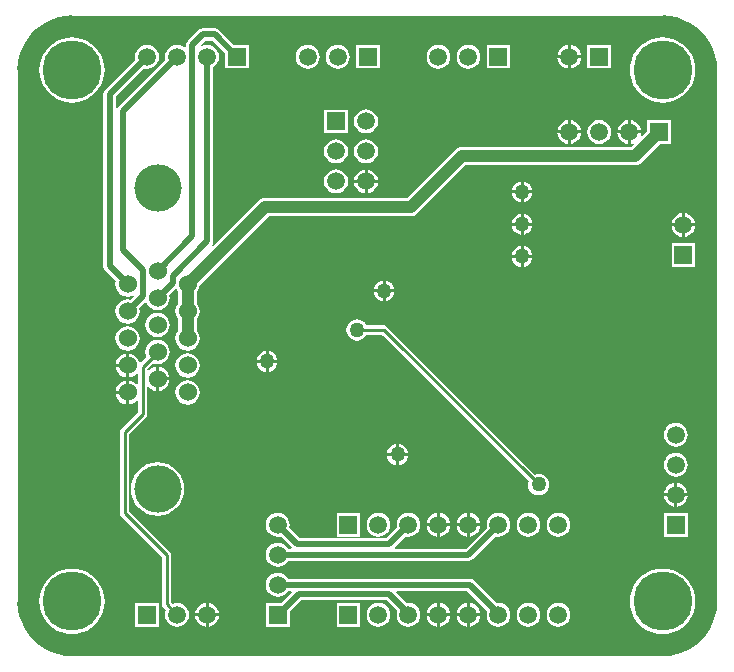
<source format=gbl>
G04 Layer_Physical_Order=2*
G04 Layer_Color=16711680*
%FSLAX24Y24*%
%MOIN*%
G70*
G01*
G75*
%ADD21C,0.0200*%
%ADD22C,0.0100*%
%ADD23C,0.0400*%
%ADD24C,0.1575*%
%ADD25C,0.0600*%
%ADD26C,0.0591*%
%ADD27R,0.0591X0.0591*%
%ADD28R,0.0591X0.0591*%
%ADD29C,0.0500*%
%ADD30C,0.1969*%
G36*
X19922Y19518D02*
X20155Y19472D01*
X20381Y19396D01*
X20594Y19290D01*
X20791Y19158D01*
X20970Y19002D01*
X21127Y18823D01*
X21259Y18625D01*
X21364Y18412D01*
X21441Y18187D01*
X21487Y17954D01*
X21502Y17723D01*
X21501Y17717D01*
Y0D01*
X21502Y-7D01*
X21487Y-237D01*
X21441Y-470D01*
X21364Y-695D01*
X21259Y-909D01*
X21127Y-1106D01*
X20970Y-1285D01*
X20791Y-1442D01*
X20594Y-1574D01*
X20381Y-1679D01*
X20155Y-1755D01*
X19922Y-1802D01*
X19692Y-1817D01*
X19685Y-1816D01*
X0D01*
X-7Y-1817D01*
X-237Y-1802D01*
X-470Y-1755D01*
X-695Y-1679D01*
X-909Y-1574D01*
X-1106Y-1442D01*
X-1285Y-1285D01*
X-1442Y-1106D01*
X-1574Y-909D01*
X-1679Y-695D01*
X-1755Y-470D01*
X-1802Y-237D01*
X-1817Y-7D01*
X-1816Y0D01*
Y17717D01*
X-1817Y17723D01*
X-1802Y17954D01*
X-1755Y18187D01*
X-1679Y18412D01*
X-1574Y18625D01*
X-1442Y18823D01*
X-1285Y19002D01*
X-1106Y19158D01*
X-909Y19290D01*
X-695Y19396D01*
X-470Y19472D01*
X-237Y19518D01*
X-7Y19533D01*
X0Y19532D01*
X19685D01*
X19692Y19533D01*
X19922Y19518D01*
D02*
G37*
%LPC*%
G36*
X9500Y9403D02*
X9409Y9391D01*
X9323Y9356D01*
X9250Y9300D01*
X9194Y9227D01*
X9159Y9141D01*
X9147Y9050D01*
X9159Y8959D01*
X9194Y8873D01*
X9250Y8800D01*
X9323Y8744D01*
X9409Y8709D01*
X9500Y8697D01*
X9591Y8709D01*
X9677Y8744D01*
X9750Y8800D01*
X9806Y8873D01*
X9815Y8897D01*
X10339D01*
X15221Y4015D01*
X15211Y3991D01*
X15199Y3900D01*
X15211Y3809D01*
X15246Y3723D01*
X15302Y3650D01*
X15375Y3594D01*
X15460Y3559D01*
X15552Y3547D01*
X15643Y3559D01*
X15728Y3594D01*
X15801Y3650D01*
X15858Y3723D01*
X15893Y3809D01*
X15905Y3900D01*
X15893Y3991D01*
X15858Y4077D01*
X15801Y4150D01*
X15728Y4206D01*
X15643Y4241D01*
X15552Y4253D01*
X15460Y4241D01*
X15437Y4231D01*
X10510Y9158D01*
X10460Y9191D01*
X10402Y9203D01*
X9815D01*
X9806Y9227D01*
X9750Y9300D01*
X9677Y9356D01*
X9591Y9391D01*
X9500Y9403D01*
D02*
G37*
G36*
X20080Y3505D02*
X19738D01*
X19745Y3452D01*
X19785Y3356D01*
X19848Y3273D01*
X19931Y3210D01*
X20027Y3170D01*
X20080Y3163D01*
Y3505D01*
D02*
G37*
G36*
X20522D02*
X20180D01*
Y3163D01*
X20233Y3170D01*
X20329Y3210D01*
X20412Y3273D01*
X20475Y3356D01*
X20515Y3452D01*
X20522Y3505D01*
D02*
G37*
G36*
X20080Y3947D02*
X20027Y3940D01*
X19931Y3900D01*
X19848Y3837D01*
X19785Y3754D01*
X19745Y3658D01*
X19738Y3605D01*
X20080D01*
Y3947D01*
D02*
G37*
G36*
X10800Y4850D02*
X10504D01*
X10509Y4809D01*
X10544Y4723D01*
X10600Y4650D01*
X10673Y4594D01*
X10759Y4559D01*
X10800Y4554D01*
Y4850D01*
D02*
G37*
G36*
X20130Y4954D02*
X20027Y4940D01*
X19931Y4900D01*
X19848Y4837D01*
X19785Y4754D01*
X19745Y4658D01*
X19731Y4555D01*
X19745Y4452D01*
X19785Y4356D01*
X19848Y4273D01*
X19931Y4210D01*
X20027Y4170D01*
X20130Y4156D01*
X20233Y4170D01*
X20329Y4210D01*
X20412Y4273D01*
X20475Y4356D01*
X20515Y4452D01*
X20529Y4555D01*
X20515Y4658D01*
X20475Y4754D01*
X20412Y4837D01*
X20329Y4900D01*
X20233Y4940D01*
X20130Y4954D01*
D02*
G37*
G36*
X20180Y3947D02*
Y3605D01*
X20522D01*
X20515Y3658D01*
X20475Y3754D01*
X20412Y3837D01*
X20329Y3900D01*
X20233Y3940D01*
X20180Y3947D01*
D02*
G37*
G36*
X12165Y2947D02*
X12112Y2940D01*
X12016Y2900D01*
X11933Y2837D01*
X11870Y2754D01*
X11830Y2658D01*
X11823Y2605D01*
X12165D01*
Y2947D01*
D02*
G37*
G36*
X13607Y2505D02*
X13265D01*
Y2163D01*
X13319Y2170D01*
X13415Y2210D01*
X13497Y2273D01*
X13561Y2356D01*
X13600Y2452D01*
X13607Y2505D01*
D02*
G37*
G36*
X13165D02*
X12823D01*
X12830Y2452D01*
X12870Y2356D01*
X12933Y2273D01*
X13016Y2210D01*
X13112Y2170D01*
X13165Y2163D01*
Y2505D01*
D02*
G37*
G36*
X12265Y2947D02*
Y2605D01*
X12607D01*
X12600Y2658D01*
X12561Y2754D01*
X12497Y2837D01*
X12415Y2900D01*
X12319Y2940D01*
X12265Y2947D01*
D02*
G37*
G36*
X2850Y4638D02*
X2676Y4621D01*
X2509Y4570D01*
X2355Y4488D01*
X2219Y4377D01*
X2109Y4242D01*
X2026Y4088D01*
X1975Y3921D01*
X1958Y3747D01*
X1975Y3573D01*
X2026Y3405D01*
X2109Y3251D01*
X2219Y3116D01*
X2355Y3005D01*
X2509Y2923D01*
X2676Y2872D01*
X2850Y2855D01*
X3024Y2872D01*
X3191Y2923D01*
X3345Y3005D01*
X3481Y3116D01*
X3591Y3251D01*
X3674Y3405D01*
X3725Y3573D01*
X3742Y3747D01*
X3725Y3921D01*
X3674Y4088D01*
X3591Y4242D01*
X3481Y4377D01*
X3345Y4488D01*
X3191Y4570D01*
X3024Y4621D01*
X2850Y4638D01*
D02*
G37*
G36*
X13265Y2947D02*
Y2605D01*
X13607D01*
X13600Y2658D01*
X13561Y2754D01*
X13497Y2837D01*
X13415Y2900D01*
X13319Y2940D01*
X13265Y2947D01*
D02*
G37*
G36*
X13165D02*
X13112Y2940D01*
X13016Y2900D01*
X12933Y2837D01*
X12870Y2754D01*
X12830Y2658D01*
X12823Y2605D01*
X13165D01*
Y2947D01*
D02*
G37*
G36*
X2900Y7815D02*
Y7468D01*
X3247D01*
X3240Y7523D01*
X3199Y7620D01*
X3135Y7704D01*
X3052Y7768D01*
X2954Y7808D01*
X2900Y7815D01*
D02*
G37*
G36*
X3850Y8272D02*
X3746Y8258D01*
X3648Y8218D01*
X3565Y8154D01*
X3501Y8070D01*
X3460Y7973D01*
X3447Y7868D01*
X3460Y7764D01*
X3501Y7667D01*
X3565Y7583D01*
X3648Y7519D01*
X3746Y7479D01*
X3850Y7465D01*
X3954Y7479D01*
X4052Y7519D01*
X4135Y7583D01*
X4199Y7667D01*
X4240Y7764D01*
X4253Y7868D01*
X4240Y7973D01*
X4199Y8070D01*
X4135Y8154D01*
X4052Y8218D01*
X3954Y8258D01*
X3850Y8272D01*
D02*
G37*
G36*
X3247Y7368D02*
X2900D01*
Y7021D01*
X2954Y7029D01*
X3052Y7069D01*
X3135Y7133D01*
X3199Y7217D01*
X3240Y7314D01*
X3247Y7368D01*
D02*
G37*
G36*
X1800Y7818D02*
X1453D01*
X1460Y7764D01*
X1501Y7667D01*
X1565Y7583D01*
X1648Y7519D01*
X1746Y7479D01*
X1800Y7471D01*
Y7818D01*
D02*
G37*
G36*
Y8265D02*
X1746Y8258D01*
X1648Y8218D01*
X1565Y8154D01*
X1501Y8070D01*
X1460Y7973D01*
X1453Y7918D01*
X1800D01*
Y8265D01*
D02*
G37*
G36*
X6846Y7950D02*
X6550D01*
Y7654D01*
X6591Y7659D01*
X6677Y7694D01*
X6750Y7750D01*
X6806Y7823D01*
X6841Y7909D01*
X6846Y7950D01*
D02*
G37*
G36*
X6450D02*
X6154D01*
X6159Y7909D01*
X6194Y7823D01*
X6250Y7750D01*
X6323Y7694D01*
X6409Y7659D01*
X6450Y7654D01*
Y7950D01*
D02*
G37*
G36*
X10900Y5246D02*
Y4950D01*
X11196D01*
X11191Y4991D01*
X11156Y5077D01*
X11100Y5150D01*
X11027Y5206D01*
X10941Y5241D01*
X10900Y5246D01*
D02*
G37*
G36*
X10800D02*
X10759Y5241D01*
X10673Y5206D01*
X10600Y5150D01*
X10544Y5077D01*
X10509Y4991D01*
X10504Y4950D01*
X10800D01*
Y5246D01*
D02*
G37*
G36*
X11196Y4850D02*
X10900D01*
Y4554D01*
X10941Y4559D01*
X11027Y4594D01*
X11100Y4650D01*
X11156Y4723D01*
X11191Y4809D01*
X11196Y4850D01*
D02*
G37*
G36*
X20130Y5954D02*
X20027Y5940D01*
X19931Y5900D01*
X19848Y5837D01*
X19785Y5754D01*
X19745Y5658D01*
X19731Y5555D01*
X19745Y5452D01*
X19785Y5356D01*
X19848Y5273D01*
X19931Y5210D01*
X20027Y5170D01*
X20130Y5156D01*
X20233Y5170D01*
X20329Y5210D01*
X20412Y5273D01*
X20475Y5356D01*
X20515Y5452D01*
X20529Y5555D01*
X20515Y5658D01*
X20475Y5754D01*
X20412Y5837D01*
X20329Y5900D01*
X20233Y5940D01*
X20130Y5954D01*
D02*
G37*
G36*
X1800Y7365D02*
X1746Y7358D01*
X1648Y7318D01*
X1565Y7254D01*
X1501Y7170D01*
X1460Y7073D01*
X1453Y7018D01*
X1800D01*
Y7365D01*
D02*
G37*
G36*
Y6918D02*
X1453D01*
X1460Y6864D01*
X1501Y6767D01*
X1565Y6683D01*
X1648Y6619D01*
X1746Y6579D01*
X1800Y6571D01*
Y6918D01*
D02*
G37*
G36*
X3850Y7372D02*
X3746Y7358D01*
X3648Y7318D01*
X3565Y7254D01*
X3501Y7170D01*
X3460Y7073D01*
X3447Y6968D01*
X3460Y6864D01*
X3501Y6767D01*
X3565Y6683D01*
X3648Y6619D01*
X3746Y6579D01*
X3850Y6565D01*
X3954Y6579D01*
X4052Y6619D01*
X4135Y6683D01*
X4199Y6767D01*
X4240Y6864D01*
X4253Y6968D01*
X4240Y7073D01*
X4199Y7170D01*
X4135Y7254D01*
X4052Y7318D01*
X3954Y7358D01*
X3850Y7372D01*
D02*
G37*
G36*
X4892Y-495D02*
X4550D01*
Y-837D01*
X4603Y-830D01*
X4699Y-790D01*
X4782Y-727D01*
X4845Y-644D01*
X4885Y-548D01*
X4892Y-495D01*
D02*
G37*
G36*
X4450D02*
X4108D01*
X4115Y-548D01*
X4155Y-644D01*
X4218Y-727D01*
X4301Y-790D01*
X4397Y-830D01*
X4450Y-837D01*
Y-495D01*
D02*
G37*
G36*
X9611Y-50D02*
X8820D01*
Y-840D01*
X9611D01*
Y-50D01*
D02*
G37*
G36*
X12165Y-495D02*
X11823D01*
X11830Y-548D01*
X11870Y-644D01*
X11933Y-727D01*
X12016Y-790D01*
X12112Y-830D01*
X12165Y-837D01*
Y-495D01*
D02*
G37*
G36*
X13607D02*
X13265D01*
Y-837D01*
X13319Y-830D01*
X13415Y-790D01*
X13497Y-727D01*
X13561Y-644D01*
X13600Y-548D01*
X13607Y-495D01*
D02*
G37*
G36*
X13165D02*
X12823D01*
X12830Y-548D01*
X12870Y-644D01*
X12933Y-727D01*
X13016Y-790D01*
X13112Y-830D01*
X13165Y-837D01*
Y-495D01*
D02*
G37*
G36*
X12607D02*
X12265D01*
Y-837D01*
X12319Y-830D01*
X12415Y-790D01*
X12497Y-727D01*
X12561Y-644D01*
X12600Y-548D01*
X12607Y-495D01*
D02*
G37*
G36*
X10215Y-46D02*
X10112Y-60D01*
X10016Y-100D01*
X9933Y-163D01*
X9870Y-246D01*
X9830Y-342D01*
X9817Y-445D01*
X9830Y-548D01*
X9870Y-644D01*
X9933Y-727D01*
X10016Y-790D01*
X10112Y-830D01*
X10215Y-844D01*
X10319Y-830D01*
X10415Y-790D01*
X10497Y-727D01*
X10561Y-644D01*
X10600Y-548D01*
X10614Y-445D01*
X10600Y-342D01*
X10561Y-246D01*
X10497Y-163D01*
X10415Y-100D01*
X10319Y-60D01*
X10215Y-46D01*
D02*
G37*
G36*
X19685Y1088D02*
X19515Y1074D01*
X19349Y1034D01*
X19191Y969D01*
X19046Y880D01*
X18916Y769D01*
X18805Y639D01*
X18716Y494D01*
X18651Y336D01*
X18611Y170D01*
X18597Y0D01*
X18611Y-170D01*
X18651Y-336D01*
X18716Y-494D01*
X18805Y-639D01*
X18916Y-769D01*
X19046Y-880D01*
X19191Y-969D01*
X19349Y-1034D01*
X19515Y-1074D01*
X19685Y-1088D01*
X19855Y-1074D01*
X20021Y-1034D01*
X20179Y-969D01*
X20324Y-880D01*
X20454Y-769D01*
X20565Y-639D01*
X20654Y-494D01*
X20719Y-336D01*
X20759Y-170D01*
X20773Y0D01*
X20759Y170D01*
X20719Y336D01*
X20654Y494D01*
X20565Y639D01*
X20454Y769D01*
X20324Y880D01*
X20179Y969D01*
X20021Y1034D01*
X19855Y1074D01*
X19685Y1088D01*
D02*
G37*
G36*
X0D02*
X-170Y1074D01*
X-336Y1034D01*
X-494Y969D01*
X-639Y880D01*
X-769Y769D01*
X-880Y639D01*
X-969Y494D01*
X-1034Y336D01*
X-1074Y170D01*
X-1088Y0D01*
X-1074Y-170D01*
X-1034Y-336D01*
X-969Y-494D01*
X-880Y-639D01*
X-769Y-769D01*
X-639Y-880D01*
X-494Y-969D01*
X-336Y-1034D01*
X-170Y-1074D01*
X0Y-1088D01*
X170Y-1074D01*
X336Y-1034D01*
X494Y-969D01*
X639Y-880D01*
X769Y-769D01*
X880Y-639D01*
X969Y-494D01*
X1034Y-336D01*
X1074Y-170D01*
X1088Y0D01*
X1074Y170D01*
X1034Y336D01*
X969Y494D01*
X880Y639D01*
X769Y769D01*
X639Y880D01*
X494Y969D01*
X336Y1034D01*
X170Y1074D01*
X0Y1088D01*
D02*
G37*
G36*
X6858Y954D02*
X6754Y940D01*
X6658Y900D01*
X6576Y837D01*
X6512Y754D01*
X6473Y658D01*
X6459Y555D01*
X6473Y452D01*
X6512Y356D01*
X6576Y273D01*
X6658Y210D01*
X6754Y170D01*
X6858Y156D01*
X6961Y170D01*
X7057Y210D01*
X7140Y273D01*
X7199Y351D01*
X7300D01*
X7319Y305D01*
X6965Y-50D01*
X6462D01*
Y-840D01*
X7253D01*
Y-338D01*
X7637Y46D01*
X10486D01*
X10843Y-311D01*
X10830Y-342D01*
X10817Y-445D01*
X10830Y-548D01*
X10870Y-644D01*
X10933Y-727D01*
X11016Y-790D01*
X11112Y-830D01*
X11215Y-844D01*
X11319Y-830D01*
X11415Y-790D01*
X11497Y-727D01*
X11561Y-644D01*
X11600Y-548D01*
X11614Y-445D01*
X11600Y-342D01*
X11561Y-246D01*
X11497Y-163D01*
X11415Y-100D01*
X11319Y-60D01*
X11215Y-46D01*
X11162Y-53D01*
X10804Y305D01*
X10823Y351D01*
X13181D01*
X13843Y-311D01*
X13830Y-342D01*
X13817Y-445D01*
X13830Y-548D01*
X13870Y-644D01*
X13933Y-727D01*
X14016Y-790D01*
X14112Y-830D01*
X14215Y-844D01*
X14319Y-830D01*
X14415Y-790D01*
X14497Y-727D01*
X14561Y-644D01*
X14600Y-548D01*
X14614Y-445D01*
X14600Y-342D01*
X14561Y-246D01*
X14497Y-163D01*
X14415Y-100D01*
X14319Y-60D01*
X14215Y-46D01*
X14162Y-53D01*
X13410Y699D01*
X13343Y744D01*
X13265Y759D01*
X7199D01*
X7140Y837D01*
X7057Y900D01*
X6961Y940D01*
X6858Y954D01*
D02*
G37*
G36*
X2895Y-50D02*
X2105D01*
Y-840D01*
X2895D01*
Y-50D01*
D02*
G37*
G36*
X16215Y-46D02*
X16112Y-60D01*
X16016Y-100D01*
X15933Y-163D01*
X15870Y-246D01*
X15830Y-342D01*
X15817Y-445D01*
X15830Y-548D01*
X15870Y-644D01*
X15933Y-727D01*
X16016Y-790D01*
X16112Y-830D01*
X16215Y-844D01*
X16319Y-830D01*
X16415Y-790D01*
X16497Y-727D01*
X16561Y-644D01*
X16600Y-548D01*
X16614Y-445D01*
X16600Y-342D01*
X16561Y-246D01*
X16497Y-163D01*
X16415Y-100D01*
X16319Y-60D01*
X16215Y-46D01*
D02*
G37*
G36*
X15215D02*
X15112Y-60D01*
X15016Y-100D01*
X14933Y-163D01*
X14870Y-246D01*
X14830Y-342D01*
X14817Y-445D01*
X14830Y-548D01*
X14870Y-644D01*
X14933Y-727D01*
X15016Y-790D01*
X15112Y-830D01*
X15215Y-844D01*
X15319Y-830D01*
X15415Y-790D01*
X15497Y-727D01*
X15561Y-644D01*
X15600Y-548D01*
X15614Y-445D01*
X15600Y-342D01*
X15561Y-246D01*
X15497Y-163D01*
X15415Y-100D01*
X15319Y-60D01*
X15215Y-46D01*
D02*
G37*
G36*
X16215Y2954D02*
X16112Y2940D01*
X16016Y2900D01*
X15933Y2837D01*
X15870Y2754D01*
X15830Y2658D01*
X15817Y2555D01*
X15830Y2452D01*
X15870Y2356D01*
X15933Y2273D01*
X16016Y2210D01*
X16112Y2170D01*
X16215Y2156D01*
X16319Y2170D01*
X16415Y2210D01*
X16497Y2273D01*
X16561Y2356D01*
X16600Y2452D01*
X16614Y2555D01*
X16600Y2658D01*
X16561Y2754D01*
X16497Y2837D01*
X16415Y2900D01*
X16319Y2940D01*
X16215Y2954D01*
D02*
G37*
G36*
X15215D02*
X15112Y2940D01*
X15016Y2900D01*
X14933Y2837D01*
X14870Y2754D01*
X14830Y2658D01*
X14817Y2555D01*
X14830Y2452D01*
X14870Y2356D01*
X14933Y2273D01*
X15016Y2210D01*
X15112Y2170D01*
X15215Y2156D01*
X15319Y2170D01*
X15415Y2210D01*
X15497Y2273D01*
X15561Y2356D01*
X15600Y2452D01*
X15614Y2555D01*
X15600Y2658D01*
X15561Y2754D01*
X15497Y2837D01*
X15415Y2900D01*
X15319Y2940D01*
X15215Y2954D01*
D02*
G37*
G36*
X14215D02*
X14112Y2940D01*
X14016Y2900D01*
X13933Y2837D01*
X13870Y2754D01*
X13830Y2658D01*
X13817Y2555D01*
X13830Y2458D01*
X13131Y1759D01*
X10773D01*
X10754Y1805D01*
X11118Y2169D01*
X11215Y2156D01*
X11319Y2170D01*
X11415Y2210D01*
X11497Y2273D01*
X11561Y2356D01*
X11600Y2452D01*
X11614Y2555D01*
X11600Y2658D01*
X11561Y2754D01*
X11497Y2837D01*
X11415Y2900D01*
X11319Y2940D01*
X11215Y2954D01*
X11112Y2940D01*
X11016Y2900D01*
X10933Y2837D01*
X10870Y2754D01*
X10830Y2658D01*
X10817Y2555D01*
X10830Y2458D01*
X10476Y2104D01*
X7597D01*
X7244Y2458D01*
X7256Y2555D01*
X7243Y2658D01*
X7203Y2754D01*
X7140Y2837D01*
X7057Y2900D01*
X6961Y2940D01*
X6858Y2954D01*
X6754Y2940D01*
X6658Y2900D01*
X6576Y2837D01*
X6512Y2754D01*
X6473Y2658D01*
X6459Y2555D01*
X6473Y2452D01*
X6512Y2356D01*
X6576Y2273D01*
X6658Y2210D01*
X6754Y2170D01*
X6858Y2156D01*
X6955Y2169D01*
X7319Y1805D01*
X7300Y1759D01*
X7199D01*
X7140Y1837D01*
X7057Y1900D01*
X6961Y1940D01*
X6858Y1954D01*
X6754Y1940D01*
X6658Y1900D01*
X6576Y1837D01*
X6512Y1754D01*
X6473Y1658D01*
X6459Y1555D01*
X6473Y1452D01*
X6512Y1356D01*
X6576Y1273D01*
X6658Y1210D01*
X6754Y1170D01*
X6858Y1156D01*
X6961Y1170D01*
X7057Y1210D01*
X7140Y1273D01*
X7199Y1351D01*
X13215D01*
X13293Y1367D01*
X13360Y1411D01*
X14118Y2169D01*
X14215Y2156D01*
X14319Y2170D01*
X14415Y2210D01*
X14497Y2273D01*
X14561Y2356D01*
X14600Y2452D01*
X14614Y2555D01*
X14600Y2658D01*
X14561Y2754D01*
X14497Y2837D01*
X14415Y2900D01*
X14319Y2940D01*
X14215Y2954D01*
D02*
G37*
G36*
X9611Y2950D02*
X8820D01*
Y2160D01*
X9611D01*
Y2950D01*
D02*
G37*
G36*
X12607Y2505D02*
X12265D01*
Y2163D01*
X12319Y2170D01*
X12415Y2210D01*
X12497Y2273D01*
X12561Y2356D01*
X12600Y2452D01*
X12607Y2505D01*
D02*
G37*
G36*
X12165D02*
X11823D01*
X11830Y2452D01*
X11870Y2356D01*
X11933Y2273D01*
X12016Y2210D01*
X12112Y2170D01*
X12165Y2163D01*
Y2505D01*
D02*
G37*
G36*
X20525Y2950D02*
X19735D01*
Y2160D01*
X20525D01*
Y2950D01*
D02*
G37*
G36*
X12165Y-53D02*
X12112Y-60D01*
X12016Y-100D01*
X11933Y-163D01*
X11870Y-246D01*
X11830Y-342D01*
X11823Y-395D01*
X12165D01*
Y-53D01*
D02*
G37*
G36*
X4550D02*
Y-395D01*
X4892D01*
X4885Y-342D01*
X4845Y-246D01*
X4782Y-163D01*
X4699Y-100D01*
X4603Y-60D01*
X4550Y-53D01*
D02*
G37*
G36*
X4450D02*
X4397Y-60D01*
X4301Y-100D01*
X4218Y-163D01*
X4155Y-246D01*
X4115Y-342D01*
X4108Y-395D01*
X4450D01*
Y-53D01*
D02*
G37*
G36*
X12265D02*
Y-395D01*
X12607D01*
X12600Y-342D01*
X12561Y-246D01*
X12497Y-163D01*
X12415Y-100D01*
X12319Y-60D01*
X12265Y-53D01*
D02*
G37*
G36*
X10215Y2954D02*
X10112Y2940D01*
X10016Y2900D01*
X9933Y2837D01*
X9870Y2754D01*
X9830Y2658D01*
X9817Y2555D01*
X9830Y2452D01*
X9870Y2356D01*
X9933Y2273D01*
X10016Y2210D01*
X10112Y2170D01*
X10215Y2156D01*
X10319Y2170D01*
X10415Y2210D01*
X10497Y2273D01*
X10561Y2356D01*
X10600Y2452D01*
X10614Y2555D01*
X10600Y2658D01*
X10561Y2754D01*
X10497Y2837D01*
X10415Y2900D01*
X10319Y2940D01*
X10215Y2954D01*
D02*
G37*
G36*
X13265Y-53D02*
Y-395D01*
X13607D01*
X13600Y-342D01*
X13561Y-246D01*
X13497Y-163D01*
X13415Y-100D01*
X13319Y-60D01*
X13265Y-53D01*
D02*
G37*
G36*
X13165D02*
X13112Y-60D01*
X13016Y-100D01*
X12933Y-163D01*
X12870Y-246D01*
X12830Y-342D01*
X12823Y-395D01*
X13165D01*
Y-53D01*
D02*
G37*
G36*
X2850Y8722D02*
X2746Y8708D01*
X2648Y8668D01*
X2565Y8604D01*
X2501Y8520D01*
X2460Y8423D01*
X2447Y8318D01*
X2460Y8214D01*
X2481Y8165D01*
X2286Y7970D01*
X2233Y7988D01*
X2199Y8070D01*
X2135Y8154D01*
X2052Y8218D01*
X1954Y8258D01*
X1900Y8265D01*
Y7868D01*
Y7471D01*
X1954Y7479D01*
X2052Y7519D01*
X2135Y7583D01*
X2150Y7602D01*
X2197Y7586D01*
Y7251D01*
X2150Y7235D01*
X2135Y7254D01*
X2052Y7318D01*
X1954Y7358D01*
X1900Y7365D01*
Y6968D01*
Y6571D01*
X1954Y6579D01*
X2052Y6619D01*
X2135Y6683D01*
X2150Y6702D01*
X2197Y6686D01*
Y6313D01*
X1642Y5758D01*
X1609Y5709D01*
X1597Y5650D01*
Y2950D01*
X1609Y2891D01*
X1642Y2842D01*
X3000Y1484D01*
Y-98D01*
X3012Y-156D01*
X3045Y-206D01*
X3134Y-295D01*
X3115Y-342D01*
X3101Y-445D01*
X3115Y-548D01*
X3155Y-644D01*
X3218Y-727D01*
X3301Y-790D01*
X3397Y-830D01*
X3500Y-844D01*
X3603Y-830D01*
X3699Y-790D01*
X3782Y-727D01*
X3845Y-644D01*
X3885Y-548D01*
X3899Y-445D01*
X3885Y-342D01*
X3845Y-246D01*
X3782Y-163D01*
X3699Y-100D01*
X3603Y-60D01*
X3500Y-46D01*
X3397Y-60D01*
X3350Y-79D01*
X3306Y-34D01*
Y1547D01*
X3294Y1606D01*
X3261Y1655D01*
X1903Y3013D01*
Y5587D01*
X2458Y6142D01*
X2491Y6191D01*
X2503Y6250D01*
Y7136D01*
X2550Y7152D01*
X2565Y7133D01*
X2648Y7069D01*
X2746Y7029D01*
X2800Y7021D01*
Y7418D01*
Y7815D01*
X2746Y7808D01*
X2648Y7768D01*
X2565Y7704D01*
X2550Y7685D01*
X2503Y7701D01*
Y7755D01*
X2697Y7949D01*
X2746Y7929D01*
X2850Y7915D01*
X2954Y7929D01*
X3052Y7969D01*
X3135Y8033D01*
X3199Y8117D01*
X3240Y8214D01*
X3253Y8318D01*
X3240Y8423D01*
X3199Y8520D01*
X3135Y8604D01*
X3052Y8668D01*
X2954Y8708D01*
X2850Y8722D01*
D02*
G37*
G36*
X9195Y16395D02*
X8405D01*
Y15605D01*
X9195D01*
Y16395D01*
D02*
G37*
G36*
X9800Y16399D02*
X9697Y16385D01*
X9601Y16345D01*
X9518Y16282D01*
X9455Y16199D01*
X9415Y16103D01*
X9401Y16000D01*
X9415Y15897D01*
X9455Y15801D01*
X9518Y15718D01*
X9601Y15655D01*
X9697Y15615D01*
X9800Y15601D01*
X9903Y15615D01*
X9999Y15655D01*
X10082Y15718D01*
X10145Y15801D01*
X10185Y15897D01*
X10199Y16000D01*
X10185Y16103D01*
X10145Y16199D01*
X10082Y16282D01*
X9999Y16345D01*
X9903Y16385D01*
X9800Y16399D01*
D02*
G37*
G36*
X16965Y15600D02*
X16623D01*
Y15258D01*
X16676Y15265D01*
X16772Y15305D01*
X16855Y15368D01*
X16918Y15451D01*
X16958Y15547D01*
X16965Y15600D01*
D02*
G37*
G36*
X18523Y16042D02*
X18470Y16035D01*
X18374Y15995D01*
X18291Y15932D01*
X18228Y15849D01*
X18188Y15753D01*
X18181Y15700D01*
X18523D01*
Y16042D01*
D02*
G37*
G36*
X16623D02*
Y15700D01*
X16965D01*
X16958Y15753D01*
X16918Y15849D01*
X16855Y15932D01*
X16772Y15995D01*
X16676Y16035D01*
X16623Y16042D01*
D02*
G37*
G36*
X18623D02*
Y15700D01*
X18965D01*
X18958Y15753D01*
X18918Y15849D01*
X18855Y15932D01*
X18772Y15995D01*
X18676Y16035D01*
X18623Y16042D01*
D02*
G37*
G36*
X16523D02*
X16470Y16035D01*
X16374Y15995D01*
X16291Y15932D01*
X16228Y15849D01*
X16188Y15753D01*
X16181Y15700D01*
X16523D01*
Y16042D01*
D02*
G37*
G36*
X8800Y15399D02*
X8697Y15385D01*
X8601Y15345D01*
X8518Y15282D01*
X8455Y15199D01*
X8415Y15103D01*
X8401Y15000D01*
X8415Y14897D01*
X8455Y14801D01*
X8518Y14718D01*
X8601Y14655D01*
X8697Y14615D01*
X8800Y14601D01*
X8903Y14615D01*
X8999Y14655D01*
X9082Y14718D01*
X9145Y14801D01*
X9185Y14897D01*
X9199Y15000D01*
X9185Y15103D01*
X9145Y15199D01*
X9082Y15282D01*
X8999Y15345D01*
X8903Y15385D01*
X8800Y15399D01*
D02*
G37*
G36*
X9850Y14392D02*
Y14050D01*
X10192D01*
X10185Y14103D01*
X10145Y14199D01*
X10082Y14282D01*
X9999Y14345D01*
X9903Y14385D01*
X9850Y14392D01*
D02*
G37*
G36*
X9750D02*
X9697Y14385D01*
X9601Y14345D01*
X9518Y14282D01*
X9455Y14199D01*
X9415Y14103D01*
X9408Y14050D01*
X9750D01*
Y14392D01*
D02*
G37*
G36*
X9800Y15399D02*
X9697Y15385D01*
X9601Y15345D01*
X9518Y15282D01*
X9455Y15199D01*
X9415Y15103D01*
X9401Y15000D01*
X9415Y14897D01*
X9455Y14801D01*
X9518Y14718D01*
X9601Y14655D01*
X9697Y14615D01*
X9800Y14601D01*
X9903Y14615D01*
X9999Y14655D01*
X10082Y14718D01*
X10145Y14801D01*
X10185Y14897D01*
X10199Y15000D01*
X10185Y15103D01*
X10145Y15199D01*
X10082Y15282D01*
X9999Y15345D01*
X9903Y15385D01*
X9800Y15399D01*
D02*
G37*
G36*
X18523Y15600D02*
X18181D01*
X18188Y15547D01*
X18228Y15451D01*
X18291Y15368D01*
X18374Y15305D01*
X18470Y15265D01*
X18523Y15258D01*
Y15600D01*
D02*
G37*
G36*
X16523D02*
X16181D01*
X16188Y15547D01*
X16228Y15451D01*
X16291Y15368D01*
X16374Y15305D01*
X16470Y15265D01*
X16523Y15258D01*
Y15600D01*
D02*
G37*
G36*
X17573Y16049D02*
X17470Y16035D01*
X17374Y15995D01*
X17291Y15932D01*
X17228Y15849D01*
X17188Y15753D01*
X17174Y15650D01*
X17188Y15547D01*
X17228Y15451D01*
X17291Y15368D01*
X17374Y15305D01*
X17470Y15265D01*
X17573Y15251D01*
X17676Y15265D01*
X17772Y15305D01*
X17855Y15368D01*
X17918Y15451D01*
X17958Y15547D01*
X17972Y15650D01*
X17958Y15753D01*
X17918Y15849D01*
X17855Y15932D01*
X17772Y15995D01*
X17676Y16035D01*
X17573Y16049D01*
D02*
G37*
G36*
X17968Y18557D02*
X17178D01*
Y17766D01*
X17968D01*
Y18557D01*
D02*
G37*
G36*
X14611D02*
X13820D01*
Y17766D01*
X14611D01*
Y18557D01*
D02*
G37*
G36*
X10253D02*
X9462D01*
Y17766D01*
X10253D01*
Y18557D01*
D02*
G37*
G36*
X16523Y18111D02*
X16181D01*
X16188Y18058D01*
X16228Y17962D01*
X16291Y17880D01*
X16374Y17816D01*
X16470Y17776D01*
X16523Y17769D01*
Y18111D01*
D02*
G37*
G36*
X16623Y18554D02*
Y18211D01*
X16965D01*
X16958Y18265D01*
X16918Y18361D01*
X16855Y18443D01*
X16772Y18507D01*
X16676Y18547D01*
X16623Y18554D01*
D02*
G37*
G36*
X16523D02*
X16470Y18547D01*
X16374Y18507D01*
X16291Y18443D01*
X16228Y18361D01*
X16188Y18265D01*
X16181Y18211D01*
X16523D01*
Y18554D01*
D02*
G37*
G36*
X16965Y18111D02*
X16623D01*
Y17769D01*
X16676Y17776D01*
X16772Y17816D01*
X16855Y17880D01*
X16918Y17962D01*
X16958Y18058D01*
X16965Y18111D01*
D02*
G37*
G36*
X7858Y18560D02*
X7754Y18547D01*
X7658Y18507D01*
X7576Y18443D01*
X7512Y18361D01*
X7473Y18265D01*
X7459Y18161D01*
X7473Y18058D01*
X7512Y17962D01*
X7576Y17880D01*
X7658Y17816D01*
X7754Y17776D01*
X7858Y17763D01*
X7961Y17776D01*
X8057Y17816D01*
X8140Y17880D01*
X8203Y17962D01*
X8243Y18058D01*
X8256Y18161D01*
X8243Y18265D01*
X8203Y18361D01*
X8140Y18443D01*
X8057Y18507D01*
X7961Y18547D01*
X7858Y18560D01*
D02*
G37*
G36*
X19685Y18804D02*
X19515Y18791D01*
X19349Y18751D01*
X19191Y18686D01*
X19046Y18596D01*
X18916Y18486D01*
X18805Y18356D01*
X18716Y18210D01*
X18651Y18053D01*
X18611Y17887D01*
X18597Y17717D01*
X18611Y17546D01*
X18651Y17380D01*
X18716Y17223D01*
X18805Y17077D01*
X18916Y16947D01*
X19046Y16837D01*
X19191Y16747D01*
X19349Y16682D01*
X19515Y16642D01*
X19685Y16629D01*
X19855Y16642D01*
X20021Y16682D01*
X20179Y16747D01*
X20324Y16837D01*
X20454Y16947D01*
X20565Y17077D01*
X20654Y17223D01*
X20719Y17380D01*
X20759Y17546D01*
X20773Y17717D01*
X20759Y17887D01*
X20719Y18053D01*
X20654Y18210D01*
X20565Y18356D01*
X20454Y18486D01*
X20324Y18596D01*
X20179Y18686D01*
X20021Y18751D01*
X19855Y18791D01*
X19685Y18804D01*
D02*
G37*
G36*
X0D02*
X-170Y18791D01*
X-336Y18751D01*
X-494Y18686D01*
X-639Y18596D01*
X-769Y18486D01*
X-880Y18356D01*
X-969Y18210D01*
X-1034Y18053D01*
X-1074Y17887D01*
X-1088Y17717D01*
X-1074Y17546D01*
X-1034Y17380D01*
X-969Y17223D01*
X-880Y17077D01*
X-769Y16947D01*
X-639Y16837D01*
X-494Y16747D01*
X-336Y16682D01*
X-170Y16642D01*
X0Y16629D01*
X170Y16642D01*
X336Y16682D01*
X494Y16747D01*
X639Y16837D01*
X769Y16947D01*
X880Y17077D01*
X969Y17223D01*
X1034Y17380D01*
X1074Y17546D01*
X1088Y17717D01*
X1074Y17887D01*
X1034Y18053D01*
X969Y18210D01*
X880Y18356D01*
X769Y18486D01*
X639Y18596D01*
X494Y18686D01*
X336Y18751D01*
X170Y18791D01*
X0Y18804D01*
D02*
G37*
G36*
X8858Y18560D02*
X8754Y18547D01*
X8658Y18507D01*
X8576Y18443D01*
X8512Y18361D01*
X8473Y18265D01*
X8459Y18161D01*
X8473Y18058D01*
X8512Y17962D01*
X8576Y17880D01*
X8658Y17816D01*
X8754Y17776D01*
X8858Y17763D01*
X8961Y17776D01*
X9057Y17816D01*
X9140Y17880D01*
X9203Y17962D01*
X9243Y18058D01*
X9256Y18161D01*
X9243Y18265D01*
X9203Y18361D01*
X9140Y18443D01*
X9057Y18507D01*
X8961Y18547D01*
X8858Y18560D01*
D02*
G37*
G36*
X4761Y19104D02*
X4350D01*
X4272Y19088D01*
X4206Y19044D01*
X3856Y18694D01*
X3812Y18628D01*
X3796Y18550D01*
Y18495D01*
X3746Y18471D01*
X3699Y18507D01*
X3603Y18547D01*
X3500Y18560D01*
X3397Y18547D01*
X3301Y18507D01*
X3218Y18443D01*
X3155Y18361D01*
X3115Y18265D01*
X3101Y18161D01*
X3114Y18064D01*
X1556Y16506D01*
X1512Y16439D01*
X1504Y16401D01*
X1454Y16406D01*
Y16827D01*
X2403Y17776D01*
X2500Y17763D01*
X2603Y17776D01*
X2699Y17816D01*
X2782Y17880D01*
X2845Y17962D01*
X2885Y18058D01*
X2899Y18161D01*
X2885Y18265D01*
X2845Y18361D01*
X2782Y18443D01*
X2699Y18507D01*
X2603Y18547D01*
X2500Y18560D01*
X2397Y18547D01*
X2301Y18507D01*
X2218Y18443D01*
X2155Y18361D01*
X2115Y18265D01*
X2101Y18161D01*
X2114Y18064D01*
X1106Y17056D01*
X1062Y16989D01*
X1046Y16911D01*
Y11168D01*
X1062Y11090D01*
X1106Y11024D01*
X1460Y10670D01*
X1447Y10568D01*
X1460Y10464D01*
X1501Y10367D01*
X1565Y10283D01*
X1648Y10219D01*
X1746Y10179D01*
X1850Y10165D01*
X1954Y10179D01*
X2034Y10212D01*
X2063Y10169D01*
X1952Y10058D01*
X1850Y10072D01*
X1746Y10058D01*
X1648Y10018D01*
X1565Y9954D01*
X1501Y9870D01*
X1460Y9773D01*
X1447Y9668D01*
X1460Y9564D01*
X1501Y9467D01*
X1565Y9383D01*
X1648Y9319D01*
X1746Y9279D01*
X1850Y9265D01*
X1954Y9279D01*
X2052Y9319D01*
X2135Y9383D01*
X2199Y9467D01*
X2240Y9564D01*
X2253Y9668D01*
X2240Y9770D01*
X2435Y9965D01*
X2484Y9956D01*
X2501Y9917D01*
X2565Y9833D01*
X2648Y9769D01*
X2746Y9729D01*
X2850Y9715D01*
X2954Y9729D01*
X3052Y9769D01*
X3135Y9833D01*
X3199Y9917D01*
X3240Y10014D01*
X3253Y10118D01*
X3240Y10220D01*
X3435Y10415D01*
X3484Y10406D01*
X3501Y10367D01*
X3547Y10306D01*
Y9931D01*
X3501Y9870D01*
X3460Y9773D01*
X3447Y9668D01*
X3460Y9564D01*
X3501Y9467D01*
X3547Y9406D01*
Y9031D01*
X3501Y8970D01*
X3460Y8873D01*
X3447Y8768D01*
X3460Y8664D01*
X3501Y8567D01*
X3565Y8483D01*
X3648Y8419D01*
X3746Y8379D01*
X3850Y8365D01*
X3954Y8379D01*
X4052Y8419D01*
X4135Y8483D01*
X4199Y8567D01*
X4240Y8664D01*
X4253Y8768D01*
X4240Y8873D01*
X4199Y8970D01*
X4153Y9031D01*
Y9406D01*
X4199Y9467D01*
X4240Y9564D01*
X4253Y9668D01*
X4240Y9773D01*
X4199Y9870D01*
X4153Y9931D01*
Y10306D01*
X4199Y10367D01*
X4240Y10464D01*
X4250Y10540D01*
X6557Y12847D01*
X11300D01*
X11378Y12858D01*
X11451Y12888D01*
X11514Y12936D01*
X13125Y14547D01*
X18773D01*
X18851Y14558D01*
X18924Y14588D01*
X18987Y14636D01*
X19606Y15255D01*
X19968D01*
Y16045D01*
X19178D01*
Y15683D01*
X18991Y15496D01*
X18949Y15524D01*
X18958Y15547D01*
X18965Y15600D01*
X18623D01*
Y15258D01*
X18676Y15265D01*
X18699Y15274D01*
X18727Y15232D01*
X18648Y15153D01*
X13000D01*
X12922Y15142D01*
X12849Y15112D01*
X12786Y15064D01*
X11175Y13453D01*
X6432D01*
X6353Y13442D01*
X6280Y13412D01*
X6218Y13364D01*
X6218Y13364D01*
X4694Y11840D01*
X4655Y11872D01*
X4688Y11922D01*
X4704Y12000D01*
X4704Y12000D01*
Y17820D01*
X4782Y17880D01*
X4845Y17962D01*
X4885Y18058D01*
X4899Y18161D01*
X4885Y18265D01*
X4845Y18361D01*
X4782Y18443D01*
X4699Y18507D01*
X4603Y18547D01*
X4500Y18560D01*
X4397Y18547D01*
X4326Y18517D01*
X4298Y18560D01*
X4434Y18696D01*
X4677D01*
X5105Y18268D01*
Y17766D01*
X5895D01*
Y18557D01*
X5393D01*
X4906Y19044D01*
X4839Y19088D01*
X4761Y19104D01*
D02*
G37*
G36*
X13215Y18560D02*
X13112Y18547D01*
X13016Y18507D01*
X12933Y18443D01*
X12870Y18361D01*
X12830Y18265D01*
X12817Y18161D01*
X12830Y18058D01*
X12870Y17962D01*
X12933Y17880D01*
X13016Y17816D01*
X13112Y17776D01*
X13215Y17763D01*
X13319Y17776D01*
X13415Y17816D01*
X13497Y17880D01*
X13561Y17962D01*
X13600Y18058D01*
X13614Y18161D01*
X13600Y18265D01*
X13561Y18361D01*
X13497Y18443D01*
X13415Y18507D01*
X13319Y18547D01*
X13215Y18560D01*
D02*
G37*
G36*
X12215D02*
X12112Y18547D01*
X12016Y18507D01*
X11933Y18443D01*
X11870Y18361D01*
X11830Y18265D01*
X11817Y18161D01*
X11830Y18058D01*
X11870Y17962D01*
X11933Y17880D01*
X12016Y17816D01*
X12112Y17776D01*
X12215Y17763D01*
X12319Y17776D01*
X12415Y17816D01*
X12497Y17880D01*
X12561Y17962D01*
X12600Y18058D01*
X12614Y18161D01*
X12600Y18265D01*
X12561Y18361D01*
X12497Y18443D01*
X12415Y18507D01*
X12319Y18547D01*
X12215Y18560D01*
D02*
G37*
G36*
X15346Y11450D02*
X15050D01*
Y11154D01*
X15091Y11159D01*
X15177Y11194D01*
X15250Y11250D01*
X15306Y11323D01*
X15341Y11409D01*
X15346Y11450D01*
D02*
G37*
G36*
X14950D02*
X14654D01*
X14659Y11409D01*
X14694Y11323D01*
X14750Y11250D01*
X14823Y11194D01*
X14909Y11159D01*
X14950Y11154D01*
Y11450D01*
D02*
G37*
G36*
X10450Y10696D02*
Y10400D01*
X10746D01*
X10741Y10441D01*
X10706Y10527D01*
X10650Y10600D01*
X10577Y10656D01*
X10491Y10691D01*
X10450Y10696D01*
D02*
G37*
G36*
X20775Y11945D02*
X19985D01*
Y11155D01*
X20775D01*
Y11945D01*
D02*
G37*
G36*
X20772Y12500D02*
X20430D01*
Y12158D01*
X20483Y12165D01*
X20579Y12205D01*
X20662Y12268D01*
X20725Y12351D01*
X20765Y12447D01*
X20772Y12500D01*
D02*
G37*
G36*
X15050Y11846D02*
Y11550D01*
X15346D01*
X15341Y11591D01*
X15306Y11677D01*
X15250Y11750D01*
X15177Y11806D01*
X15091Y11841D01*
X15050Y11846D01*
D02*
G37*
G36*
X14950D02*
X14909Y11841D01*
X14823Y11806D01*
X14750Y11750D01*
X14694Y11677D01*
X14659Y11591D01*
X14654Y11550D01*
X14950D01*
Y11846D01*
D02*
G37*
G36*
X1850Y9172D02*
X1746Y9158D01*
X1648Y9118D01*
X1565Y9054D01*
X1501Y8970D01*
X1460Y8873D01*
X1447Y8768D01*
X1460Y8664D01*
X1501Y8567D01*
X1565Y8483D01*
X1648Y8419D01*
X1746Y8379D01*
X1850Y8365D01*
X1954Y8379D01*
X2052Y8419D01*
X2135Y8483D01*
X2199Y8567D01*
X2240Y8664D01*
X2253Y8768D01*
X2240Y8873D01*
X2199Y8970D01*
X2135Y9054D01*
X2052Y9118D01*
X1954Y9158D01*
X1850Y9172D01*
D02*
G37*
G36*
X6550Y8346D02*
Y8050D01*
X6846D01*
X6841Y8091D01*
X6806Y8177D01*
X6750Y8250D01*
X6677Y8306D01*
X6591Y8341D01*
X6550Y8346D01*
D02*
G37*
G36*
X6450D02*
X6409Y8341D01*
X6323Y8306D01*
X6250Y8250D01*
X6194Y8177D01*
X6159Y8091D01*
X6154Y8050D01*
X6450D01*
Y8346D01*
D02*
G37*
G36*
X2850Y9622D02*
X2746Y9608D01*
X2648Y9568D01*
X2565Y9504D01*
X2501Y9420D01*
X2460Y9323D01*
X2447Y9218D01*
X2460Y9114D01*
X2501Y9017D01*
X2565Y8933D01*
X2648Y8869D01*
X2746Y8829D01*
X2850Y8815D01*
X2954Y8829D01*
X3052Y8869D01*
X3135Y8933D01*
X3199Y9017D01*
X3240Y9114D01*
X3253Y9218D01*
X3240Y9323D01*
X3199Y9420D01*
X3135Y9504D01*
X3052Y9568D01*
X2954Y9608D01*
X2850Y9622D01*
D02*
G37*
G36*
X10350Y10696D02*
X10309Y10691D01*
X10223Y10656D01*
X10150Y10600D01*
X10094Y10527D01*
X10059Y10441D01*
X10054Y10400D01*
X10350D01*
Y10696D01*
D02*
G37*
G36*
X10746Y10300D02*
X10450D01*
Y10004D01*
X10491Y10009D01*
X10577Y10044D01*
X10650Y10100D01*
X10706Y10173D01*
X10741Y10259D01*
X10746Y10300D01*
D02*
G37*
G36*
X10350D02*
X10054D01*
X10059Y10259D01*
X10094Y10173D01*
X10150Y10100D01*
X10223Y10044D01*
X10309Y10009D01*
X10350Y10004D01*
Y10300D01*
D02*
G37*
G36*
X8800Y14399D02*
X8697Y14385D01*
X8601Y14345D01*
X8518Y14282D01*
X8455Y14199D01*
X8415Y14103D01*
X8401Y14000D01*
X8415Y13897D01*
X8455Y13801D01*
X8518Y13718D01*
X8601Y13655D01*
X8697Y13615D01*
X8800Y13601D01*
X8903Y13615D01*
X8999Y13655D01*
X9082Y13718D01*
X9145Y13801D01*
X9185Y13897D01*
X9199Y14000D01*
X9185Y14103D01*
X9145Y14199D01*
X9082Y14282D01*
X8999Y14345D01*
X8903Y14385D01*
X8800Y14399D01*
D02*
G37*
G36*
X15346Y13600D02*
X15050D01*
Y13304D01*
X15091Y13309D01*
X15177Y13344D01*
X15250Y13400D01*
X15306Y13473D01*
X15341Y13559D01*
X15346Y13600D01*
D02*
G37*
G36*
X14950D02*
X14654D01*
X14659Y13559D01*
X14694Y13473D01*
X14750Y13400D01*
X14823Y13344D01*
X14909Y13309D01*
X14950Y13304D01*
Y13600D01*
D02*
G37*
G36*
X9750Y13950D02*
X9408D01*
X9415Y13897D01*
X9455Y13801D01*
X9518Y13718D01*
X9601Y13655D01*
X9697Y13615D01*
X9750Y13608D01*
Y13950D01*
D02*
G37*
G36*
X15050Y13996D02*
Y13700D01*
X15346D01*
X15341Y13741D01*
X15306Y13827D01*
X15250Y13900D01*
X15177Y13956D01*
X15091Y13991D01*
X15050Y13996D01*
D02*
G37*
G36*
X14950D02*
X14909Y13991D01*
X14823Y13956D01*
X14750Y13900D01*
X14694Y13827D01*
X14659Y13741D01*
X14654Y13700D01*
X14950D01*
Y13996D01*
D02*
G37*
G36*
X10192Y13950D02*
X9850D01*
Y13608D01*
X9903Y13615D01*
X9999Y13655D01*
X10082Y13718D01*
X10145Y13801D01*
X10185Y13897D01*
X10192Y13950D01*
D02*
G37*
G36*
X15346Y12525D02*
X15050D01*
Y12229D01*
X15091Y12234D01*
X15177Y12269D01*
X15250Y12325D01*
X15306Y12398D01*
X15341Y12484D01*
X15346Y12525D01*
D02*
G37*
G36*
X14950D02*
X14654D01*
X14659Y12484D01*
X14694Y12398D01*
X14750Y12325D01*
X14823Y12269D01*
X14909Y12234D01*
X14950Y12229D01*
Y12525D01*
D02*
G37*
G36*
X20330Y12500D02*
X19988D01*
X19995Y12447D01*
X20035Y12351D01*
X20098Y12268D01*
X20181Y12205D01*
X20277Y12165D01*
X20330Y12158D01*
Y12500D01*
D02*
G37*
G36*
Y12942D02*
X20277Y12935D01*
X20181Y12895D01*
X20098Y12832D01*
X20035Y12749D01*
X19995Y12653D01*
X19988Y12600D01*
X20330D01*
Y12942D01*
D02*
G37*
G36*
X15050Y12921D02*
Y12625D01*
X15346D01*
X15341Y12666D01*
X15306Y12752D01*
X15250Y12825D01*
X15177Y12881D01*
X15091Y12916D01*
X15050Y12921D01*
D02*
G37*
G36*
X14950D02*
X14909Y12916D01*
X14823Y12881D01*
X14750Y12825D01*
X14694Y12752D01*
X14659Y12666D01*
X14654Y12625D01*
X14950D01*
Y12921D01*
D02*
G37*
G36*
X20430Y12942D02*
Y12600D01*
X20772D01*
X20765Y12653D01*
X20725Y12749D01*
X20662Y12832D01*
X20579Y12895D01*
X20483Y12935D01*
X20430Y12942D01*
D02*
G37*
%LPD*%
D21*
X13265Y555D02*
X14265Y-445D01*
X10570Y250D02*
X11265Y-445D01*
X4000Y12168D02*
Y18550D01*
X2850Y11018D02*
X4000Y12168D01*
X4500Y12000D02*
Y18161D01*
X3350Y10850D02*
X4500Y12000D01*
X3350Y10618D02*
Y10850D01*
X4000Y18550D02*
X4350Y18900D01*
X4761D01*
X5500Y18161D01*
X2850Y10118D02*
X3350Y10618D01*
X1850Y9668D02*
X2350Y10168D01*
Y11050D01*
X1700Y11700D02*
X2350Y11050D01*
X1700Y11700D02*
Y16361D01*
X3500Y18161D01*
X1250Y16911D02*
X2500Y18161D01*
X1250Y11168D02*
Y16911D01*
Y11168D02*
X1850Y10568D01*
X6858Y2555D02*
X7513Y1900D01*
X10560D01*
X11215Y2555D01*
X6858Y1555D02*
X13215D01*
X14215Y2555D01*
X6858Y-445D02*
X7553Y250D01*
X6858Y555D02*
X13265D01*
X7553Y250D02*
X10570D01*
D22*
X2350Y7818D02*
X2850Y8318D01*
X2350Y6250D02*
Y7818D01*
X1750Y5650D02*
X2350Y6250D01*
X1750Y2950D02*
Y5650D01*
Y2950D02*
X3153Y1547D01*
Y-98D02*
Y1547D01*
X10402Y9050D02*
X15552Y3900D01*
X9500Y9050D02*
X10402D01*
X3153Y-98D02*
X3500Y-445D01*
D23*
X3850Y9668D02*
Y10568D01*
Y8768D02*
Y9668D01*
Y10568D02*
X6432Y13150D01*
X11300D01*
X13000Y14850D01*
X18773D01*
X19573Y15650D01*
D24*
X2850Y13790D02*
D03*
Y3747D02*
D03*
D25*
X3850Y10568D02*
D03*
Y8768D02*
D03*
Y9668D02*
D03*
Y7868D02*
D03*
Y6968D02*
D03*
X2850Y7418D02*
D03*
Y8318D02*
D03*
Y10118D02*
D03*
Y9218D02*
D03*
Y11018D02*
D03*
X1850Y6968D02*
D03*
Y7868D02*
D03*
Y9668D02*
D03*
Y8768D02*
D03*
Y10568D02*
D03*
D26*
X16573Y15650D02*
D03*
X17573D02*
D03*
X18573D02*
D03*
X20380Y12550D02*
D03*
X20130Y3555D02*
D03*
Y4555D02*
D03*
Y5555D02*
D03*
X4500Y-445D02*
D03*
X3500D02*
D03*
X16215D02*
D03*
X15215D02*
D03*
X14215D02*
D03*
X13215D02*
D03*
X12215D02*
D03*
X11215D02*
D03*
X10215D02*
D03*
X16215Y2555D02*
D03*
X15215D02*
D03*
X14215D02*
D03*
X13215D02*
D03*
X12215D02*
D03*
X11215D02*
D03*
X10215D02*
D03*
X16573Y18161D02*
D03*
X6858Y555D02*
D03*
Y1555D02*
D03*
Y2555D02*
D03*
X7858Y18161D02*
D03*
X8858D02*
D03*
X12215D02*
D03*
X13215D02*
D03*
X4500D02*
D03*
X3500D02*
D03*
X2500D02*
D03*
X9800Y14000D02*
D03*
X8800D02*
D03*
X9800Y15000D02*
D03*
X8800D02*
D03*
X9800Y16000D02*
D03*
D27*
X19573Y15650D02*
D03*
X2500Y-445D02*
D03*
X9215D02*
D03*
Y2555D02*
D03*
X17573Y18161D02*
D03*
X9858D02*
D03*
X14215D02*
D03*
X5500D02*
D03*
D28*
X20380Y11550D02*
D03*
X20130Y2555D02*
D03*
X6858Y-445D02*
D03*
X8800Y16000D02*
D03*
D29*
X15000Y11500D02*
D03*
Y13650D02*
D03*
Y12575D02*
D03*
X6500Y8000D02*
D03*
X9500Y9050D02*
D03*
X15552Y3900D02*
D03*
X10850Y4900D02*
D03*
X10400Y10350D02*
D03*
D30*
X0Y0D02*
D03*
Y17717D02*
D03*
X19685Y0D02*
D03*
Y17717D02*
D03*
M02*

</source>
